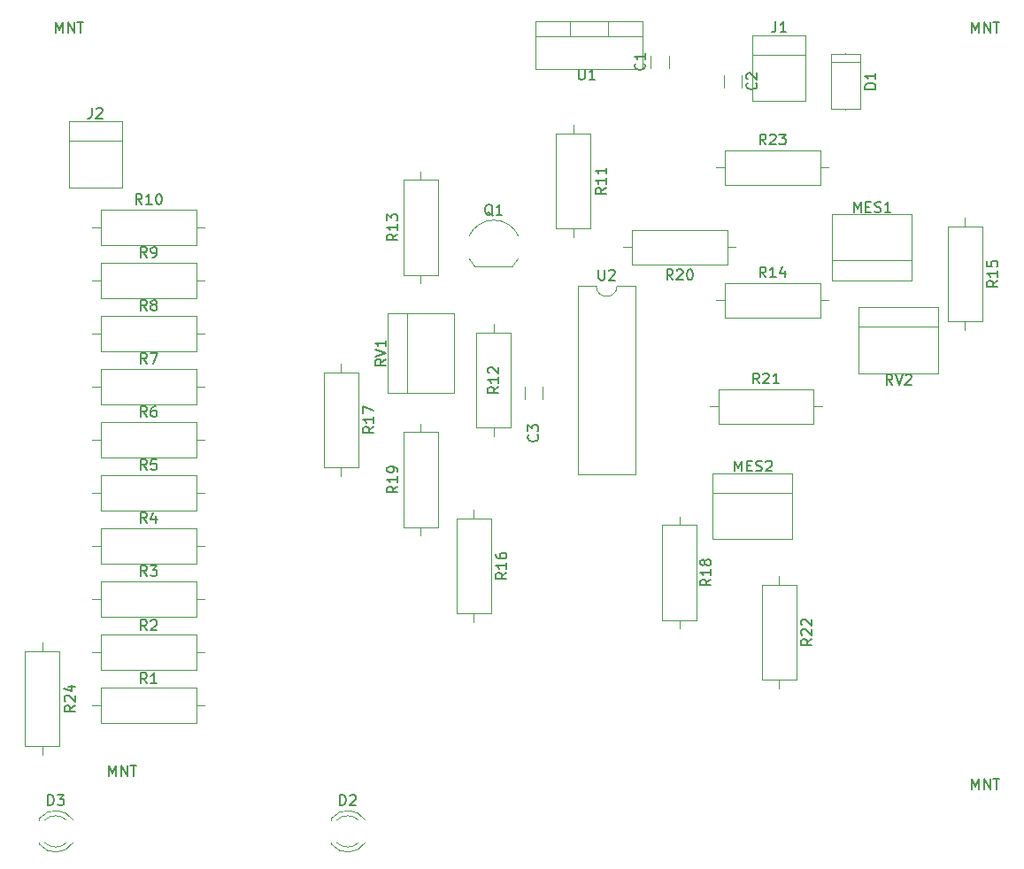
<source format=gbr>
G04 #@! TF.FileFunction,Legend,Top*
%FSLAX46Y46*%
G04 Gerber Fmt 4.6, Leading zero omitted, Abs format (unit mm)*
G04 Created by KiCad (PCBNEW 4.0.7) date Mon Sep 25 09:44:11 2017*
%MOMM*%
%LPD*%
G01*
G04 APERTURE LIST*
%ADD10C,0.100000*%
%ADD11C,0.120000*%
%ADD12C,0.150000*%
G04 APERTURE END LIST*
D10*
D11*
X81054000Y-22197000D02*
X81054000Y-21023000D01*
X82776000Y-22197000D02*
X82776000Y-21023000D01*
X89761000Y-22888000D02*
X89761000Y-24062000D01*
X88039000Y-22888000D02*
X88039000Y-24062000D01*
X70711000Y-52733000D02*
X70711000Y-53907000D01*
X68989000Y-52733000D02*
X68989000Y-53907000D01*
X101105000Y-20835000D02*
X98285000Y-20835000D01*
X98285000Y-20835000D02*
X98285000Y-26155000D01*
X98285000Y-26155000D02*
X101105000Y-26155000D01*
X101105000Y-26155000D02*
X101105000Y-20835000D01*
X99695000Y-20765000D02*
X99695000Y-20835000D01*
X99695000Y-26225000D02*
X99695000Y-26155000D01*
X101105000Y-21675000D02*
X98285000Y-21675000D01*
X53742335Y-94171392D02*
G75*
G03X50510000Y-94014484I-1672335J-1078608D01*
G01*
X53742335Y-96328608D02*
G75*
G02X50510000Y-96485516I-1672335J1078608D01*
G01*
X53111130Y-94170163D02*
G75*
G03X51029039Y-94170000I-1041130J-1079837D01*
G01*
X53111130Y-96329837D02*
G75*
G02X51029039Y-96330000I-1041130J1079837D01*
G01*
X50510000Y-94014000D02*
X50510000Y-94170000D01*
X50510000Y-96330000D02*
X50510000Y-96486000D01*
X95885000Y-20955000D02*
X90805000Y-20955000D01*
X95885000Y-25395000D02*
X90805000Y-25395000D01*
X90805000Y-19055000D02*
X95885000Y-19055000D01*
X90805000Y-19055000D02*
X90805000Y-25395000D01*
X95885000Y-19055000D02*
X95885000Y-25395000D01*
X30480000Y-29210000D02*
X25400000Y-29210000D01*
X30480000Y-33650000D02*
X25400000Y-33650000D01*
X25400000Y-27310000D02*
X30480000Y-27310000D01*
X25400000Y-27310000D02*
X25400000Y-33650000D01*
X30480000Y-27310000D02*
X30480000Y-33650000D01*
X106045000Y-42540000D02*
X106045000Y-36200000D01*
X98425000Y-42540000D02*
X98425000Y-36200000D01*
X98425000Y-40640000D02*
X106045000Y-40640000D01*
X106045000Y-42540000D02*
X98425000Y-42540000D01*
X98425000Y-36200000D02*
X106045000Y-36200000D01*
X86995000Y-60965000D02*
X86995000Y-67305000D01*
X94615000Y-60965000D02*
X94615000Y-67305000D01*
X94615000Y-62865000D02*
X86995000Y-62865000D01*
X86995000Y-60965000D02*
X94615000Y-60965000D01*
X94615000Y-67305000D02*
X86995000Y-67305000D01*
X64240000Y-41220000D02*
X67840000Y-41220000D01*
X63715816Y-40492795D02*
G75*
G03X64240000Y-41220000I2324184J1122795D01*
G01*
X63683600Y-38271193D02*
G75*
G02X66040000Y-36770000I2356400J-1098807D01*
G01*
X68396400Y-38271193D02*
G75*
G03X66040000Y-36770000I-2356400J-1098807D01*
G01*
X68364184Y-40492795D02*
G75*
G02X67840000Y-41220000I-2324184J1122795D01*
G01*
X28460000Y-76445000D02*
X28460000Y-79765000D01*
X28460000Y-79765000D02*
X37580000Y-79765000D01*
X37580000Y-79765000D02*
X37580000Y-76445000D01*
X37580000Y-76445000D02*
X28460000Y-76445000D01*
X27650000Y-78105000D02*
X28460000Y-78105000D01*
X38390000Y-78105000D02*
X37580000Y-78105000D01*
X28460000Y-81525000D02*
X28460000Y-84845000D01*
X28460000Y-84845000D02*
X37580000Y-84845000D01*
X37580000Y-84845000D02*
X37580000Y-81525000D01*
X37580000Y-81525000D02*
X28460000Y-81525000D01*
X27650000Y-83185000D02*
X28460000Y-83185000D01*
X38390000Y-83185000D02*
X37580000Y-83185000D01*
X28460000Y-71365000D02*
X28460000Y-74685000D01*
X28460000Y-74685000D02*
X37580000Y-74685000D01*
X37580000Y-74685000D02*
X37580000Y-71365000D01*
X37580000Y-71365000D02*
X28460000Y-71365000D01*
X27650000Y-73025000D02*
X28460000Y-73025000D01*
X38390000Y-73025000D02*
X37580000Y-73025000D01*
X28460000Y-66285000D02*
X28460000Y-69605000D01*
X28460000Y-69605000D02*
X37580000Y-69605000D01*
X37580000Y-69605000D02*
X37580000Y-66285000D01*
X37580000Y-66285000D02*
X28460000Y-66285000D01*
X27650000Y-67945000D02*
X28460000Y-67945000D01*
X38390000Y-67945000D02*
X37580000Y-67945000D01*
X28460000Y-61205000D02*
X28460000Y-64525000D01*
X28460000Y-64525000D02*
X37580000Y-64525000D01*
X37580000Y-64525000D02*
X37580000Y-61205000D01*
X37580000Y-61205000D02*
X28460000Y-61205000D01*
X27650000Y-62865000D02*
X28460000Y-62865000D01*
X38390000Y-62865000D02*
X37580000Y-62865000D01*
X28460000Y-56125000D02*
X28460000Y-59445000D01*
X28460000Y-59445000D02*
X37580000Y-59445000D01*
X37580000Y-59445000D02*
X37580000Y-56125000D01*
X37580000Y-56125000D02*
X28460000Y-56125000D01*
X27650000Y-57785000D02*
X28460000Y-57785000D01*
X38390000Y-57785000D02*
X37580000Y-57785000D01*
X28460000Y-51045000D02*
X28460000Y-54365000D01*
X28460000Y-54365000D02*
X37580000Y-54365000D01*
X37580000Y-54365000D02*
X37580000Y-51045000D01*
X37580000Y-51045000D02*
X28460000Y-51045000D01*
X27650000Y-52705000D02*
X28460000Y-52705000D01*
X38390000Y-52705000D02*
X37580000Y-52705000D01*
X28460000Y-45965000D02*
X28460000Y-49285000D01*
X28460000Y-49285000D02*
X37580000Y-49285000D01*
X37580000Y-49285000D02*
X37580000Y-45965000D01*
X37580000Y-45965000D02*
X28460000Y-45965000D01*
X27650000Y-47625000D02*
X28460000Y-47625000D01*
X38390000Y-47625000D02*
X37580000Y-47625000D01*
X28460000Y-40885000D02*
X28460000Y-44205000D01*
X28460000Y-44205000D02*
X37580000Y-44205000D01*
X37580000Y-44205000D02*
X37580000Y-40885000D01*
X37580000Y-40885000D02*
X28460000Y-40885000D01*
X27650000Y-42545000D02*
X28460000Y-42545000D01*
X38390000Y-42545000D02*
X37580000Y-42545000D01*
X28460000Y-35805000D02*
X28460000Y-39125000D01*
X28460000Y-39125000D02*
X37580000Y-39125000D01*
X37580000Y-39125000D02*
X37580000Y-35805000D01*
X37580000Y-35805000D02*
X28460000Y-35805000D01*
X27650000Y-37465000D02*
X28460000Y-37465000D01*
X38390000Y-37465000D02*
X37580000Y-37465000D01*
X75320000Y-28460000D02*
X72000000Y-28460000D01*
X72000000Y-28460000D02*
X72000000Y-37580000D01*
X72000000Y-37580000D02*
X75320000Y-37580000D01*
X75320000Y-37580000D02*
X75320000Y-28460000D01*
X73660000Y-27650000D02*
X73660000Y-28460000D01*
X73660000Y-38390000D02*
X73660000Y-37580000D01*
X67700000Y-47510000D02*
X64380000Y-47510000D01*
X64380000Y-47510000D02*
X64380000Y-56630000D01*
X64380000Y-56630000D02*
X67700000Y-56630000D01*
X67700000Y-56630000D02*
X67700000Y-47510000D01*
X66040000Y-46700000D02*
X66040000Y-47510000D01*
X66040000Y-57440000D02*
X66040000Y-56630000D01*
X57395000Y-42025000D02*
X60715000Y-42025000D01*
X60715000Y-42025000D02*
X60715000Y-32905000D01*
X60715000Y-32905000D02*
X57395000Y-32905000D01*
X57395000Y-32905000D02*
X57395000Y-42025000D01*
X59055000Y-42835000D02*
X59055000Y-42025000D01*
X59055000Y-32095000D02*
X59055000Y-32905000D01*
X88150000Y-42790000D02*
X88150000Y-46110000D01*
X88150000Y-46110000D02*
X97270000Y-46110000D01*
X97270000Y-46110000D02*
X97270000Y-42790000D01*
X97270000Y-42790000D02*
X88150000Y-42790000D01*
X87340000Y-44450000D02*
X88150000Y-44450000D01*
X98080000Y-44450000D02*
X97270000Y-44450000D01*
X112785000Y-37350000D02*
X109465000Y-37350000D01*
X109465000Y-37350000D02*
X109465000Y-46470000D01*
X109465000Y-46470000D02*
X112785000Y-46470000D01*
X112785000Y-46470000D02*
X112785000Y-37350000D01*
X111125000Y-36540000D02*
X111125000Y-37350000D01*
X111125000Y-47280000D02*
X111125000Y-46470000D01*
X65795000Y-65290000D02*
X62475000Y-65290000D01*
X62475000Y-65290000D02*
X62475000Y-74410000D01*
X62475000Y-74410000D02*
X65795000Y-74410000D01*
X65795000Y-74410000D02*
X65795000Y-65290000D01*
X64135000Y-64480000D02*
X64135000Y-65290000D01*
X64135000Y-75220000D02*
X64135000Y-74410000D01*
X53095000Y-51320000D02*
X49775000Y-51320000D01*
X49775000Y-51320000D02*
X49775000Y-60440000D01*
X49775000Y-60440000D02*
X53095000Y-60440000D01*
X53095000Y-60440000D02*
X53095000Y-51320000D01*
X51435000Y-50510000D02*
X51435000Y-51320000D01*
X51435000Y-61250000D02*
X51435000Y-60440000D01*
X82160000Y-75045000D02*
X85480000Y-75045000D01*
X85480000Y-75045000D02*
X85480000Y-65925000D01*
X85480000Y-65925000D02*
X82160000Y-65925000D01*
X82160000Y-65925000D02*
X82160000Y-75045000D01*
X83820000Y-75855000D02*
X83820000Y-75045000D01*
X83820000Y-65115000D02*
X83820000Y-65925000D01*
X57395000Y-66155000D02*
X60715000Y-66155000D01*
X60715000Y-66155000D02*
X60715000Y-57035000D01*
X60715000Y-57035000D02*
X57395000Y-57035000D01*
X57395000Y-57035000D02*
X57395000Y-66155000D01*
X59055000Y-66965000D02*
X59055000Y-66155000D01*
X59055000Y-56225000D02*
X59055000Y-57035000D01*
X88380000Y-41030000D02*
X88380000Y-37710000D01*
X88380000Y-37710000D02*
X79260000Y-37710000D01*
X79260000Y-37710000D02*
X79260000Y-41030000D01*
X79260000Y-41030000D02*
X88380000Y-41030000D01*
X89190000Y-39370000D02*
X88380000Y-39370000D01*
X78450000Y-39370000D02*
X79260000Y-39370000D01*
X87515000Y-52950000D02*
X87515000Y-56270000D01*
X87515000Y-56270000D02*
X96635000Y-56270000D01*
X96635000Y-56270000D02*
X96635000Y-52950000D01*
X96635000Y-52950000D02*
X87515000Y-52950000D01*
X86705000Y-54610000D02*
X87515000Y-54610000D01*
X97445000Y-54610000D02*
X96635000Y-54610000D01*
X55885000Y-53340000D02*
X62225000Y-53340000D01*
X55885000Y-45720000D02*
X62225000Y-45720000D01*
X57785000Y-45720000D02*
X57785000Y-53340000D01*
X55885000Y-53340000D02*
X55885000Y-45720000D01*
X62225000Y-45720000D02*
X62225000Y-53340000D01*
X100965000Y-45090000D02*
X100965000Y-51430000D01*
X108585000Y-45090000D02*
X108585000Y-51430000D01*
X108585000Y-46990000D02*
X100965000Y-46990000D01*
X100965000Y-45090000D02*
X108585000Y-45090000D01*
X108585000Y-51430000D02*
X100965000Y-51430000D01*
X70034000Y-17700000D02*
X80275000Y-17700000D01*
X70034000Y-22341000D02*
X80275000Y-22341000D01*
X70034000Y-17700000D02*
X70034000Y-22341000D01*
X80275000Y-17700000D02*
X80275000Y-22341000D01*
X70034000Y-19210000D02*
X80275000Y-19210000D01*
X73305000Y-17700000D02*
X73305000Y-19210000D01*
X77005000Y-17700000D02*
X77005000Y-19210000D01*
X95005000Y-71640000D02*
X91685000Y-71640000D01*
X91685000Y-71640000D02*
X91685000Y-80760000D01*
X91685000Y-80760000D02*
X95005000Y-80760000D01*
X95005000Y-80760000D02*
X95005000Y-71640000D01*
X93345000Y-70830000D02*
X93345000Y-71640000D01*
X93345000Y-81570000D02*
X93345000Y-80760000D01*
X75835000Y-43060000D02*
X74065000Y-43060000D01*
X74065000Y-43060000D02*
X74065000Y-61080000D01*
X74065000Y-61080000D02*
X79605000Y-61080000D01*
X79605000Y-61080000D02*
X79605000Y-43060000D01*
X79605000Y-43060000D02*
X77835000Y-43060000D01*
X77835000Y-43060000D02*
G75*
G02X75835000Y-43060000I-1000000J0D01*
G01*
X25802335Y-94171392D02*
G75*
G03X22570000Y-94014484I-1672335J-1078608D01*
G01*
X25802335Y-96328608D02*
G75*
G02X22570000Y-96485516I-1672335J1078608D01*
G01*
X25171130Y-94170163D02*
G75*
G03X23089039Y-94170000I-1041130J-1079837D01*
G01*
X25171130Y-96329837D02*
G75*
G02X23089039Y-96330000I-1041130J1079837D01*
G01*
X22570000Y-94014000D02*
X22570000Y-94170000D01*
X22570000Y-96330000D02*
X22570000Y-96486000D01*
X88150000Y-30090000D02*
X88150000Y-33410000D01*
X88150000Y-33410000D02*
X97270000Y-33410000D01*
X97270000Y-33410000D02*
X97270000Y-30090000D01*
X97270000Y-30090000D02*
X88150000Y-30090000D01*
X87340000Y-31750000D02*
X88150000Y-31750000D01*
X98080000Y-31750000D02*
X97270000Y-31750000D01*
X24520000Y-77990000D02*
X21200000Y-77990000D01*
X21200000Y-77990000D02*
X21200000Y-87110000D01*
X21200000Y-87110000D02*
X24520000Y-87110000D01*
X24520000Y-87110000D02*
X24520000Y-77990000D01*
X22860000Y-77180000D02*
X22860000Y-77990000D01*
X22860000Y-87920000D02*
X22860000Y-87110000D01*
D12*
X80412143Y-21776666D02*
X80459762Y-21824285D01*
X80507381Y-21967142D01*
X80507381Y-22062380D01*
X80459762Y-22205238D01*
X80364524Y-22300476D01*
X80269286Y-22348095D01*
X80078810Y-22395714D01*
X79935952Y-22395714D01*
X79745476Y-22348095D01*
X79650238Y-22300476D01*
X79555000Y-22205238D01*
X79507381Y-22062380D01*
X79507381Y-21967142D01*
X79555000Y-21824285D01*
X79602619Y-21776666D01*
X80507381Y-20824285D02*
X80507381Y-21395714D01*
X80507381Y-21110000D02*
X79507381Y-21110000D01*
X79650238Y-21205238D01*
X79745476Y-21300476D01*
X79793095Y-21395714D01*
X91117143Y-23641666D02*
X91164762Y-23689285D01*
X91212381Y-23832142D01*
X91212381Y-23927380D01*
X91164762Y-24070238D01*
X91069524Y-24165476D01*
X90974286Y-24213095D01*
X90783810Y-24260714D01*
X90640952Y-24260714D01*
X90450476Y-24213095D01*
X90355238Y-24165476D01*
X90260000Y-24070238D01*
X90212381Y-23927380D01*
X90212381Y-23832142D01*
X90260000Y-23689285D01*
X90307619Y-23641666D01*
X90307619Y-23260714D02*
X90260000Y-23213095D01*
X90212381Y-23117857D01*
X90212381Y-22879761D01*
X90260000Y-22784523D01*
X90307619Y-22736904D01*
X90402857Y-22689285D01*
X90498095Y-22689285D01*
X90640952Y-22736904D01*
X91212381Y-23308333D01*
X91212381Y-22689285D01*
X70207143Y-57316666D02*
X70254762Y-57364285D01*
X70302381Y-57507142D01*
X70302381Y-57602380D01*
X70254762Y-57745238D01*
X70159524Y-57840476D01*
X70064286Y-57888095D01*
X69873810Y-57935714D01*
X69730952Y-57935714D01*
X69540476Y-57888095D01*
X69445238Y-57840476D01*
X69350000Y-57745238D01*
X69302381Y-57602380D01*
X69302381Y-57507142D01*
X69350000Y-57364285D01*
X69397619Y-57316666D01*
X69302381Y-56983333D02*
X69302381Y-56364285D01*
X69683333Y-56697619D01*
X69683333Y-56554761D01*
X69730952Y-56459523D01*
X69778571Y-56411904D01*
X69873810Y-56364285D01*
X70111905Y-56364285D01*
X70207143Y-56411904D01*
X70254762Y-56459523D01*
X70302381Y-56554761D01*
X70302381Y-56840476D01*
X70254762Y-56935714D01*
X70207143Y-56983333D01*
X102557381Y-24233095D02*
X101557381Y-24233095D01*
X101557381Y-23995000D01*
X101605000Y-23852142D01*
X101700238Y-23756904D01*
X101795476Y-23709285D01*
X101985952Y-23661666D01*
X102128810Y-23661666D01*
X102319286Y-23709285D01*
X102414524Y-23756904D01*
X102509762Y-23852142D01*
X102557381Y-23995000D01*
X102557381Y-24233095D01*
X102557381Y-22709285D02*
X102557381Y-23280714D01*
X102557381Y-22995000D02*
X101557381Y-22995000D01*
X101700238Y-23090238D01*
X101795476Y-23185476D01*
X101843095Y-23280714D01*
X51331905Y-92742381D02*
X51331905Y-91742381D01*
X51570000Y-91742381D01*
X51712858Y-91790000D01*
X51808096Y-91885238D01*
X51855715Y-91980476D01*
X51903334Y-92170952D01*
X51903334Y-92313810D01*
X51855715Y-92504286D01*
X51808096Y-92599524D01*
X51712858Y-92694762D01*
X51570000Y-92742381D01*
X51331905Y-92742381D01*
X52284286Y-91837619D02*
X52331905Y-91790000D01*
X52427143Y-91742381D01*
X52665239Y-91742381D01*
X52760477Y-91790000D01*
X52808096Y-91837619D01*
X52855715Y-91932857D01*
X52855715Y-92028095D01*
X52808096Y-92170952D01*
X52236667Y-92742381D01*
X52855715Y-92742381D01*
X93011667Y-17777381D02*
X93011667Y-18491667D01*
X92964047Y-18634524D01*
X92868809Y-18729762D01*
X92725952Y-18777381D01*
X92630714Y-18777381D01*
X94011667Y-18777381D02*
X93440238Y-18777381D01*
X93725952Y-18777381D02*
X93725952Y-17777381D01*
X93630714Y-17920238D01*
X93535476Y-18015476D01*
X93440238Y-18063095D01*
X27606667Y-26032381D02*
X27606667Y-26746667D01*
X27559047Y-26889524D01*
X27463809Y-26984762D01*
X27320952Y-27032381D01*
X27225714Y-27032381D01*
X28035238Y-26127619D02*
X28082857Y-26080000D01*
X28178095Y-26032381D01*
X28416191Y-26032381D01*
X28511429Y-26080000D01*
X28559048Y-26127619D01*
X28606667Y-26222857D01*
X28606667Y-26318095D01*
X28559048Y-26460952D01*
X27987619Y-27032381D01*
X28606667Y-27032381D01*
X100496905Y-36012381D02*
X100496905Y-35012381D01*
X100830239Y-35726667D01*
X101163572Y-35012381D01*
X101163572Y-36012381D01*
X101639762Y-35488571D02*
X101973096Y-35488571D01*
X102115953Y-36012381D02*
X101639762Y-36012381D01*
X101639762Y-35012381D01*
X102115953Y-35012381D01*
X102496905Y-35964762D02*
X102639762Y-36012381D01*
X102877858Y-36012381D01*
X102973096Y-35964762D01*
X103020715Y-35917143D01*
X103068334Y-35821905D01*
X103068334Y-35726667D01*
X103020715Y-35631429D01*
X102973096Y-35583810D01*
X102877858Y-35536190D01*
X102687381Y-35488571D01*
X102592143Y-35440952D01*
X102544524Y-35393333D01*
X102496905Y-35298095D01*
X102496905Y-35202857D01*
X102544524Y-35107619D01*
X102592143Y-35060000D01*
X102687381Y-35012381D01*
X102925477Y-35012381D01*
X103068334Y-35060000D01*
X104020715Y-36012381D02*
X103449286Y-36012381D01*
X103735000Y-36012381D02*
X103735000Y-35012381D01*
X103639762Y-35155238D01*
X103544524Y-35250476D01*
X103449286Y-35298095D01*
X89116905Y-60787381D02*
X89116905Y-59787381D01*
X89450239Y-60501667D01*
X89783572Y-59787381D01*
X89783572Y-60787381D01*
X90259762Y-60263571D02*
X90593096Y-60263571D01*
X90735953Y-60787381D02*
X90259762Y-60787381D01*
X90259762Y-59787381D01*
X90735953Y-59787381D01*
X91116905Y-60739762D02*
X91259762Y-60787381D01*
X91497858Y-60787381D01*
X91593096Y-60739762D01*
X91640715Y-60692143D01*
X91688334Y-60596905D01*
X91688334Y-60501667D01*
X91640715Y-60406429D01*
X91593096Y-60358810D01*
X91497858Y-60311190D01*
X91307381Y-60263571D01*
X91212143Y-60215952D01*
X91164524Y-60168333D01*
X91116905Y-60073095D01*
X91116905Y-59977857D01*
X91164524Y-59882619D01*
X91212143Y-59835000D01*
X91307381Y-59787381D01*
X91545477Y-59787381D01*
X91688334Y-59835000D01*
X92069286Y-59882619D02*
X92116905Y-59835000D01*
X92212143Y-59787381D01*
X92450239Y-59787381D01*
X92545477Y-59835000D01*
X92593096Y-59882619D01*
X92640715Y-59977857D01*
X92640715Y-60073095D01*
X92593096Y-60215952D01*
X92021667Y-60787381D01*
X92640715Y-60787381D01*
X65944762Y-36357619D02*
X65849524Y-36310000D01*
X65754286Y-36214762D01*
X65611429Y-36071905D01*
X65516190Y-36024286D01*
X65420952Y-36024286D01*
X65468571Y-36262381D02*
X65373333Y-36214762D01*
X65278095Y-36119524D01*
X65230476Y-35929048D01*
X65230476Y-35595714D01*
X65278095Y-35405238D01*
X65373333Y-35310000D01*
X65468571Y-35262381D01*
X65659048Y-35262381D01*
X65754286Y-35310000D01*
X65849524Y-35405238D01*
X65897143Y-35595714D01*
X65897143Y-35929048D01*
X65849524Y-36119524D01*
X65754286Y-36214762D01*
X65659048Y-36262381D01*
X65468571Y-36262381D01*
X66849524Y-36262381D02*
X66278095Y-36262381D01*
X66563809Y-36262381D02*
X66563809Y-35262381D01*
X66468571Y-35405238D01*
X66373333Y-35500476D01*
X66278095Y-35548095D01*
X32853334Y-81097381D02*
X32520000Y-80621190D01*
X32281905Y-81097381D02*
X32281905Y-80097381D01*
X32662858Y-80097381D01*
X32758096Y-80145000D01*
X32805715Y-80192619D01*
X32853334Y-80287857D01*
X32853334Y-80430714D01*
X32805715Y-80525952D01*
X32758096Y-80573571D01*
X32662858Y-80621190D01*
X32281905Y-80621190D01*
X33805715Y-81097381D02*
X33234286Y-81097381D01*
X33520000Y-81097381D02*
X33520000Y-80097381D01*
X33424762Y-80240238D01*
X33329524Y-80335476D01*
X33234286Y-80383095D01*
X32853334Y-76017381D02*
X32520000Y-75541190D01*
X32281905Y-76017381D02*
X32281905Y-75017381D01*
X32662858Y-75017381D01*
X32758096Y-75065000D01*
X32805715Y-75112619D01*
X32853334Y-75207857D01*
X32853334Y-75350714D01*
X32805715Y-75445952D01*
X32758096Y-75493571D01*
X32662858Y-75541190D01*
X32281905Y-75541190D01*
X33234286Y-75112619D02*
X33281905Y-75065000D01*
X33377143Y-75017381D01*
X33615239Y-75017381D01*
X33710477Y-75065000D01*
X33758096Y-75112619D01*
X33805715Y-75207857D01*
X33805715Y-75303095D01*
X33758096Y-75445952D01*
X33186667Y-76017381D01*
X33805715Y-76017381D01*
X32853334Y-70817381D02*
X32520000Y-70341190D01*
X32281905Y-70817381D02*
X32281905Y-69817381D01*
X32662858Y-69817381D01*
X32758096Y-69865000D01*
X32805715Y-69912619D01*
X32853334Y-70007857D01*
X32853334Y-70150714D01*
X32805715Y-70245952D01*
X32758096Y-70293571D01*
X32662858Y-70341190D01*
X32281905Y-70341190D01*
X33186667Y-69817381D02*
X33805715Y-69817381D01*
X33472381Y-70198333D01*
X33615239Y-70198333D01*
X33710477Y-70245952D01*
X33758096Y-70293571D01*
X33805715Y-70388810D01*
X33805715Y-70626905D01*
X33758096Y-70722143D01*
X33710477Y-70769762D01*
X33615239Y-70817381D01*
X33329524Y-70817381D01*
X33234286Y-70769762D01*
X33186667Y-70722143D01*
X32853334Y-65737381D02*
X32520000Y-65261190D01*
X32281905Y-65737381D02*
X32281905Y-64737381D01*
X32662858Y-64737381D01*
X32758096Y-64785000D01*
X32805715Y-64832619D01*
X32853334Y-64927857D01*
X32853334Y-65070714D01*
X32805715Y-65165952D01*
X32758096Y-65213571D01*
X32662858Y-65261190D01*
X32281905Y-65261190D01*
X33710477Y-65070714D02*
X33710477Y-65737381D01*
X33472381Y-64689762D02*
X33234286Y-65404048D01*
X33853334Y-65404048D01*
X32853334Y-60657381D02*
X32520000Y-60181190D01*
X32281905Y-60657381D02*
X32281905Y-59657381D01*
X32662858Y-59657381D01*
X32758096Y-59705000D01*
X32805715Y-59752619D01*
X32853334Y-59847857D01*
X32853334Y-59990714D01*
X32805715Y-60085952D01*
X32758096Y-60133571D01*
X32662858Y-60181190D01*
X32281905Y-60181190D01*
X33758096Y-59657381D02*
X33281905Y-59657381D01*
X33234286Y-60133571D01*
X33281905Y-60085952D01*
X33377143Y-60038333D01*
X33615239Y-60038333D01*
X33710477Y-60085952D01*
X33758096Y-60133571D01*
X33805715Y-60228810D01*
X33805715Y-60466905D01*
X33758096Y-60562143D01*
X33710477Y-60609762D01*
X33615239Y-60657381D01*
X33377143Y-60657381D01*
X33281905Y-60609762D01*
X33234286Y-60562143D01*
X32853334Y-55577381D02*
X32520000Y-55101190D01*
X32281905Y-55577381D02*
X32281905Y-54577381D01*
X32662858Y-54577381D01*
X32758096Y-54625000D01*
X32805715Y-54672619D01*
X32853334Y-54767857D01*
X32853334Y-54910714D01*
X32805715Y-55005952D01*
X32758096Y-55053571D01*
X32662858Y-55101190D01*
X32281905Y-55101190D01*
X33710477Y-54577381D02*
X33520000Y-54577381D01*
X33424762Y-54625000D01*
X33377143Y-54672619D01*
X33281905Y-54815476D01*
X33234286Y-55005952D01*
X33234286Y-55386905D01*
X33281905Y-55482143D01*
X33329524Y-55529762D01*
X33424762Y-55577381D01*
X33615239Y-55577381D01*
X33710477Y-55529762D01*
X33758096Y-55482143D01*
X33805715Y-55386905D01*
X33805715Y-55148810D01*
X33758096Y-55053571D01*
X33710477Y-55005952D01*
X33615239Y-54958333D01*
X33424762Y-54958333D01*
X33329524Y-55005952D01*
X33281905Y-55053571D01*
X33234286Y-55148810D01*
X32853334Y-50497381D02*
X32520000Y-50021190D01*
X32281905Y-50497381D02*
X32281905Y-49497381D01*
X32662858Y-49497381D01*
X32758096Y-49545000D01*
X32805715Y-49592619D01*
X32853334Y-49687857D01*
X32853334Y-49830714D01*
X32805715Y-49925952D01*
X32758096Y-49973571D01*
X32662858Y-50021190D01*
X32281905Y-50021190D01*
X33186667Y-49497381D02*
X33853334Y-49497381D01*
X33424762Y-50497381D01*
X32853334Y-45417381D02*
X32520000Y-44941190D01*
X32281905Y-45417381D02*
X32281905Y-44417381D01*
X32662858Y-44417381D01*
X32758096Y-44465000D01*
X32805715Y-44512619D01*
X32853334Y-44607857D01*
X32853334Y-44750714D01*
X32805715Y-44845952D01*
X32758096Y-44893571D01*
X32662858Y-44941190D01*
X32281905Y-44941190D01*
X33424762Y-44845952D02*
X33329524Y-44798333D01*
X33281905Y-44750714D01*
X33234286Y-44655476D01*
X33234286Y-44607857D01*
X33281905Y-44512619D01*
X33329524Y-44465000D01*
X33424762Y-44417381D01*
X33615239Y-44417381D01*
X33710477Y-44465000D01*
X33758096Y-44512619D01*
X33805715Y-44607857D01*
X33805715Y-44655476D01*
X33758096Y-44750714D01*
X33710477Y-44798333D01*
X33615239Y-44845952D01*
X33424762Y-44845952D01*
X33329524Y-44893571D01*
X33281905Y-44941190D01*
X33234286Y-45036429D01*
X33234286Y-45226905D01*
X33281905Y-45322143D01*
X33329524Y-45369762D01*
X33424762Y-45417381D01*
X33615239Y-45417381D01*
X33710477Y-45369762D01*
X33758096Y-45322143D01*
X33805715Y-45226905D01*
X33805715Y-45036429D01*
X33758096Y-44941190D01*
X33710477Y-44893571D01*
X33615239Y-44845952D01*
X32853334Y-40337381D02*
X32520000Y-39861190D01*
X32281905Y-40337381D02*
X32281905Y-39337381D01*
X32662858Y-39337381D01*
X32758096Y-39385000D01*
X32805715Y-39432619D01*
X32853334Y-39527857D01*
X32853334Y-39670714D01*
X32805715Y-39765952D01*
X32758096Y-39813571D01*
X32662858Y-39861190D01*
X32281905Y-39861190D01*
X33329524Y-40337381D02*
X33520000Y-40337381D01*
X33615239Y-40289762D01*
X33662858Y-40242143D01*
X33758096Y-40099286D01*
X33805715Y-39908810D01*
X33805715Y-39527857D01*
X33758096Y-39432619D01*
X33710477Y-39385000D01*
X33615239Y-39337381D01*
X33424762Y-39337381D01*
X33329524Y-39385000D01*
X33281905Y-39432619D01*
X33234286Y-39527857D01*
X33234286Y-39765952D01*
X33281905Y-39861190D01*
X33329524Y-39908810D01*
X33424762Y-39956429D01*
X33615239Y-39956429D01*
X33710477Y-39908810D01*
X33758096Y-39861190D01*
X33805715Y-39765952D01*
X32377143Y-35257381D02*
X32043809Y-34781190D01*
X31805714Y-35257381D02*
X31805714Y-34257381D01*
X32186667Y-34257381D01*
X32281905Y-34305000D01*
X32329524Y-34352619D01*
X32377143Y-34447857D01*
X32377143Y-34590714D01*
X32329524Y-34685952D01*
X32281905Y-34733571D01*
X32186667Y-34781190D01*
X31805714Y-34781190D01*
X33329524Y-35257381D02*
X32758095Y-35257381D01*
X33043809Y-35257381D02*
X33043809Y-34257381D01*
X32948571Y-34400238D01*
X32853333Y-34495476D01*
X32758095Y-34543095D01*
X33948571Y-34257381D02*
X34043810Y-34257381D01*
X34139048Y-34305000D01*
X34186667Y-34352619D01*
X34234286Y-34447857D01*
X34281905Y-34638333D01*
X34281905Y-34876429D01*
X34234286Y-35066905D01*
X34186667Y-35162143D01*
X34139048Y-35209762D01*
X34043810Y-35257381D01*
X33948571Y-35257381D01*
X33853333Y-35209762D01*
X33805714Y-35162143D01*
X33758095Y-35066905D01*
X33710476Y-34876429D01*
X33710476Y-34638333D01*
X33758095Y-34447857D01*
X33805714Y-34352619D01*
X33853333Y-34305000D01*
X33948571Y-34257381D01*
X76772381Y-33662857D02*
X76296190Y-33996191D01*
X76772381Y-34234286D02*
X75772381Y-34234286D01*
X75772381Y-33853333D01*
X75820000Y-33758095D01*
X75867619Y-33710476D01*
X75962857Y-33662857D01*
X76105714Y-33662857D01*
X76200952Y-33710476D01*
X76248571Y-33758095D01*
X76296190Y-33853333D01*
X76296190Y-34234286D01*
X76772381Y-32710476D02*
X76772381Y-33281905D01*
X76772381Y-32996191D02*
X75772381Y-32996191D01*
X75915238Y-33091429D01*
X76010476Y-33186667D01*
X76058095Y-33281905D01*
X76772381Y-31758095D02*
X76772381Y-32329524D01*
X76772381Y-32043810D02*
X75772381Y-32043810D01*
X75915238Y-32139048D01*
X76010476Y-32234286D01*
X76058095Y-32329524D01*
X66492381Y-52712857D02*
X66016190Y-53046191D01*
X66492381Y-53284286D02*
X65492381Y-53284286D01*
X65492381Y-52903333D01*
X65540000Y-52808095D01*
X65587619Y-52760476D01*
X65682857Y-52712857D01*
X65825714Y-52712857D01*
X65920952Y-52760476D01*
X65968571Y-52808095D01*
X66016190Y-52903333D01*
X66016190Y-53284286D01*
X66492381Y-51760476D02*
X66492381Y-52331905D01*
X66492381Y-52046191D02*
X65492381Y-52046191D01*
X65635238Y-52141429D01*
X65730476Y-52236667D01*
X65778095Y-52331905D01*
X65587619Y-51379524D02*
X65540000Y-51331905D01*
X65492381Y-51236667D01*
X65492381Y-50998571D01*
X65540000Y-50903333D01*
X65587619Y-50855714D01*
X65682857Y-50808095D01*
X65778095Y-50808095D01*
X65920952Y-50855714D01*
X66492381Y-51427143D01*
X66492381Y-50808095D01*
X56847381Y-38107857D02*
X56371190Y-38441191D01*
X56847381Y-38679286D02*
X55847381Y-38679286D01*
X55847381Y-38298333D01*
X55895000Y-38203095D01*
X55942619Y-38155476D01*
X56037857Y-38107857D01*
X56180714Y-38107857D01*
X56275952Y-38155476D01*
X56323571Y-38203095D01*
X56371190Y-38298333D01*
X56371190Y-38679286D01*
X56847381Y-37155476D02*
X56847381Y-37726905D01*
X56847381Y-37441191D02*
X55847381Y-37441191D01*
X55990238Y-37536429D01*
X56085476Y-37631667D01*
X56133095Y-37726905D01*
X55847381Y-36822143D02*
X55847381Y-36203095D01*
X56228333Y-36536429D01*
X56228333Y-36393571D01*
X56275952Y-36298333D01*
X56323571Y-36250714D01*
X56418810Y-36203095D01*
X56656905Y-36203095D01*
X56752143Y-36250714D01*
X56799762Y-36298333D01*
X56847381Y-36393571D01*
X56847381Y-36679286D01*
X56799762Y-36774524D01*
X56752143Y-36822143D01*
X92067143Y-42242381D02*
X91733809Y-41766190D01*
X91495714Y-42242381D02*
X91495714Y-41242381D01*
X91876667Y-41242381D01*
X91971905Y-41290000D01*
X92019524Y-41337619D01*
X92067143Y-41432857D01*
X92067143Y-41575714D01*
X92019524Y-41670952D01*
X91971905Y-41718571D01*
X91876667Y-41766190D01*
X91495714Y-41766190D01*
X93019524Y-42242381D02*
X92448095Y-42242381D01*
X92733809Y-42242381D02*
X92733809Y-41242381D01*
X92638571Y-41385238D01*
X92543333Y-41480476D01*
X92448095Y-41528095D01*
X93876667Y-41575714D02*
X93876667Y-42242381D01*
X93638571Y-41194762D02*
X93400476Y-41909048D01*
X94019524Y-41909048D01*
X114237381Y-42552857D02*
X113761190Y-42886191D01*
X114237381Y-43124286D02*
X113237381Y-43124286D01*
X113237381Y-42743333D01*
X113285000Y-42648095D01*
X113332619Y-42600476D01*
X113427857Y-42552857D01*
X113570714Y-42552857D01*
X113665952Y-42600476D01*
X113713571Y-42648095D01*
X113761190Y-42743333D01*
X113761190Y-43124286D01*
X114237381Y-41600476D02*
X114237381Y-42171905D01*
X114237381Y-41886191D02*
X113237381Y-41886191D01*
X113380238Y-41981429D01*
X113475476Y-42076667D01*
X113523095Y-42171905D01*
X113237381Y-40695714D02*
X113237381Y-41171905D01*
X113713571Y-41219524D01*
X113665952Y-41171905D01*
X113618333Y-41076667D01*
X113618333Y-40838571D01*
X113665952Y-40743333D01*
X113713571Y-40695714D01*
X113808810Y-40648095D01*
X114046905Y-40648095D01*
X114142143Y-40695714D01*
X114189762Y-40743333D01*
X114237381Y-40838571D01*
X114237381Y-41076667D01*
X114189762Y-41171905D01*
X114142143Y-41219524D01*
X67247381Y-70492857D02*
X66771190Y-70826191D01*
X67247381Y-71064286D02*
X66247381Y-71064286D01*
X66247381Y-70683333D01*
X66295000Y-70588095D01*
X66342619Y-70540476D01*
X66437857Y-70492857D01*
X66580714Y-70492857D01*
X66675952Y-70540476D01*
X66723571Y-70588095D01*
X66771190Y-70683333D01*
X66771190Y-71064286D01*
X67247381Y-69540476D02*
X67247381Y-70111905D01*
X67247381Y-69826191D02*
X66247381Y-69826191D01*
X66390238Y-69921429D01*
X66485476Y-70016667D01*
X66533095Y-70111905D01*
X66247381Y-68683333D02*
X66247381Y-68873810D01*
X66295000Y-68969048D01*
X66342619Y-69016667D01*
X66485476Y-69111905D01*
X66675952Y-69159524D01*
X67056905Y-69159524D01*
X67152143Y-69111905D01*
X67199762Y-69064286D01*
X67247381Y-68969048D01*
X67247381Y-68778571D01*
X67199762Y-68683333D01*
X67152143Y-68635714D01*
X67056905Y-68588095D01*
X66818810Y-68588095D01*
X66723571Y-68635714D01*
X66675952Y-68683333D01*
X66628333Y-68778571D01*
X66628333Y-68969048D01*
X66675952Y-69064286D01*
X66723571Y-69111905D01*
X66818810Y-69159524D01*
X54547381Y-56522857D02*
X54071190Y-56856191D01*
X54547381Y-57094286D02*
X53547381Y-57094286D01*
X53547381Y-56713333D01*
X53595000Y-56618095D01*
X53642619Y-56570476D01*
X53737857Y-56522857D01*
X53880714Y-56522857D01*
X53975952Y-56570476D01*
X54023571Y-56618095D01*
X54071190Y-56713333D01*
X54071190Y-57094286D01*
X54547381Y-55570476D02*
X54547381Y-56141905D01*
X54547381Y-55856191D02*
X53547381Y-55856191D01*
X53690238Y-55951429D01*
X53785476Y-56046667D01*
X53833095Y-56141905D01*
X53547381Y-55237143D02*
X53547381Y-54570476D01*
X54547381Y-54999048D01*
X86812381Y-71127857D02*
X86336190Y-71461191D01*
X86812381Y-71699286D02*
X85812381Y-71699286D01*
X85812381Y-71318333D01*
X85860000Y-71223095D01*
X85907619Y-71175476D01*
X86002857Y-71127857D01*
X86145714Y-71127857D01*
X86240952Y-71175476D01*
X86288571Y-71223095D01*
X86336190Y-71318333D01*
X86336190Y-71699286D01*
X86812381Y-70175476D02*
X86812381Y-70746905D01*
X86812381Y-70461191D02*
X85812381Y-70461191D01*
X85955238Y-70556429D01*
X86050476Y-70651667D01*
X86098095Y-70746905D01*
X86240952Y-69604048D02*
X86193333Y-69699286D01*
X86145714Y-69746905D01*
X86050476Y-69794524D01*
X86002857Y-69794524D01*
X85907619Y-69746905D01*
X85860000Y-69699286D01*
X85812381Y-69604048D01*
X85812381Y-69413571D01*
X85860000Y-69318333D01*
X85907619Y-69270714D01*
X86002857Y-69223095D01*
X86050476Y-69223095D01*
X86145714Y-69270714D01*
X86193333Y-69318333D01*
X86240952Y-69413571D01*
X86240952Y-69604048D01*
X86288571Y-69699286D01*
X86336190Y-69746905D01*
X86431429Y-69794524D01*
X86621905Y-69794524D01*
X86717143Y-69746905D01*
X86764762Y-69699286D01*
X86812381Y-69604048D01*
X86812381Y-69413571D01*
X86764762Y-69318333D01*
X86717143Y-69270714D01*
X86621905Y-69223095D01*
X86431429Y-69223095D01*
X86336190Y-69270714D01*
X86288571Y-69318333D01*
X86240952Y-69413571D01*
X56847381Y-62237857D02*
X56371190Y-62571191D01*
X56847381Y-62809286D02*
X55847381Y-62809286D01*
X55847381Y-62428333D01*
X55895000Y-62333095D01*
X55942619Y-62285476D01*
X56037857Y-62237857D01*
X56180714Y-62237857D01*
X56275952Y-62285476D01*
X56323571Y-62333095D01*
X56371190Y-62428333D01*
X56371190Y-62809286D01*
X56847381Y-61285476D02*
X56847381Y-61856905D01*
X56847381Y-61571191D02*
X55847381Y-61571191D01*
X55990238Y-61666429D01*
X56085476Y-61761667D01*
X56133095Y-61856905D01*
X56847381Y-60809286D02*
X56847381Y-60618810D01*
X56799762Y-60523571D01*
X56752143Y-60475952D01*
X56609286Y-60380714D01*
X56418810Y-60333095D01*
X56037857Y-60333095D01*
X55942619Y-60380714D01*
X55895000Y-60428333D01*
X55847381Y-60523571D01*
X55847381Y-60714048D01*
X55895000Y-60809286D01*
X55942619Y-60856905D01*
X56037857Y-60904524D01*
X56275952Y-60904524D01*
X56371190Y-60856905D01*
X56418810Y-60809286D01*
X56466429Y-60714048D01*
X56466429Y-60523571D01*
X56418810Y-60428333D01*
X56371190Y-60380714D01*
X56275952Y-60333095D01*
X83177143Y-42482381D02*
X82843809Y-42006190D01*
X82605714Y-42482381D02*
X82605714Y-41482381D01*
X82986667Y-41482381D01*
X83081905Y-41530000D01*
X83129524Y-41577619D01*
X83177143Y-41672857D01*
X83177143Y-41815714D01*
X83129524Y-41910952D01*
X83081905Y-41958571D01*
X82986667Y-42006190D01*
X82605714Y-42006190D01*
X83558095Y-41577619D02*
X83605714Y-41530000D01*
X83700952Y-41482381D01*
X83939048Y-41482381D01*
X84034286Y-41530000D01*
X84081905Y-41577619D01*
X84129524Y-41672857D01*
X84129524Y-41768095D01*
X84081905Y-41910952D01*
X83510476Y-42482381D01*
X84129524Y-42482381D01*
X84748571Y-41482381D02*
X84843810Y-41482381D01*
X84939048Y-41530000D01*
X84986667Y-41577619D01*
X85034286Y-41672857D01*
X85081905Y-41863333D01*
X85081905Y-42101429D01*
X85034286Y-42291905D01*
X84986667Y-42387143D01*
X84939048Y-42434762D01*
X84843810Y-42482381D01*
X84748571Y-42482381D01*
X84653333Y-42434762D01*
X84605714Y-42387143D01*
X84558095Y-42291905D01*
X84510476Y-42101429D01*
X84510476Y-41863333D01*
X84558095Y-41672857D01*
X84605714Y-41577619D01*
X84653333Y-41530000D01*
X84748571Y-41482381D01*
X91432143Y-52402381D02*
X91098809Y-51926190D01*
X90860714Y-52402381D02*
X90860714Y-51402381D01*
X91241667Y-51402381D01*
X91336905Y-51450000D01*
X91384524Y-51497619D01*
X91432143Y-51592857D01*
X91432143Y-51735714D01*
X91384524Y-51830952D01*
X91336905Y-51878571D01*
X91241667Y-51926190D01*
X90860714Y-51926190D01*
X91813095Y-51497619D02*
X91860714Y-51450000D01*
X91955952Y-51402381D01*
X92194048Y-51402381D01*
X92289286Y-51450000D01*
X92336905Y-51497619D01*
X92384524Y-51592857D01*
X92384524Y-51688095D01*
X92336905Y-51830952D01*
X91765476Y-52402381D01*
X92384524Y-52402381D01*
X93336905Y-52402381D02*
X92765476Y-52402381D01*
X93051190Y-52402381D02*
X93051190Y-51402381D01*
X92955952Y-51545238D01*
X92860714Y-51640476D01*
X92765476Y-51688095D01*
X55707381Y-50075238D02*
X55231190Y-50408572D01*
X55707381Y-50646667D02*
X54707381Y-50646667D01*
X54707381Y-50265714D01*
X54755000Y-50170476D01*
X54802619Y-50122857D01*
X54897857Y-50075238D01*
X55040714Y-50075238D01*
X55135952Y-50122857D01*
X55183571Y-50170476D01*
X55231190Y-50265714D01*
X55231190Y-50646667D01*
X54707381Y-49789524D02*
X55707381Y-49456191D01*
X54707381Y-49122857D01*
X55707381Y-48265714D02*
X55707381Y-48837143D01*
X55707381Y-48551429D02*
X54707381Y-48551429D01*
X54850238Y-48646667D01*
X54945476Y-48741905D01*
X54993095Y-48837143D01*
X104179762Y-52522381D02*
X103846428Y-52046190D01*
X103608333Y-52522381D02*
X103608333Y-51522381D01*
X103989286Y-51522381D01*
X104084524Y-51570000D01*
X104132143Y-51617619D01*
X104179762Y-51712857D01*
X104179762Y-51855714D01*
X104132143Y-51950952D01*
X104084524Y-51998571D01*
X103989286Y-52046190D01*
X103608333Y-52046190D01*
X104465476Y-51522381D02*
X104798809Y-52522381D01*
X105132143Y-51522381D01*
X105417857Y-51617619D02*
X105465476Y-51570000D01*
X105560714Y-51522381D01*
X105798810Y-51522381D01*
X105894048Y-51570000D01*
X105941667Y-51617619D01*
X105989286Y-51712857D01*
X105989286Y-51808095D01*
X105941667Y-51950952D01*
X105370238Y-52522381D01*
X105989286Y-52522381D01*
X74168095Y-22312381D02*
X74168095Y-23121905D01*
X74215714Y-23217143D01*
X74263333Y-23264762D01*
X74358571Y-23312381D01*
X74549048Y-23312381D01*
X74644286Y-23264762D01*
X74691905Y-23217143D01*
X74739524Y-23121905D01*
X74739524Y-22312381D01*
X75739524Y-23312381D02*
X75168095Y-23312381D01*
X75453809Y-23312381D02*
X75453809Y-22312381D01*
X75358571Y-22455238D01*
X75263333Y-22550476D01*
X75168095Y-22598095D01*
X111791905Y-91232381D02*
X111791905Y-90232381D01*
X112125239Y-90946667D01*
X112458572Y-90232381D01*
X112458572Y-91232381D01*
X112934762Y-91232381D02*
X112934762Y-90232381D01*
X113506191Y-91232381D01*
X113506191Y-90232381D01*
X113839524Y-90232381D02*
X114410953Y-90232381D01*
X114125238Y-91232381D02*
X114125238Y-90232381D01*
X111791905Y-18842381D02*
X111791905Y-17842381D01*
X112125239Y-18556667D01*
X112458572Y-17842381D01*
X112458572Y-18842381D01*
X112934762Y-18842381D02*
X112934762Y-17842381D01*
X113506191Y-18842381D01*
X113506191Y-17842381D01*
X113839524Y-17842381D02*
X114410953Y-17842381D01*
X114125238Y-18842381D02*
X114125238Y-17842381D01*
X29241905Y-89962381D02*
X29241905Y-88962381D01*
X29575239Y-89676667D01*
X29908572Y-88962381D01*
X29908572Y-89962381D01*
X30384762Y-89962381D02*
X30384762Y-88962381D01*
X30956191Y-89962381D01*
X30956191Y-88962381D01*
X31289524Y-88962381D02*
X31860953Y-88962381D01*
X31575238Y-89962381D02*
X31575238Y-88962381D01*
X24161905Y-18842381D02*
X24161905Y-17842381D01*
X24495239Y-18556667D01*
X24828572Y-17842381D01*
X24828572Y-18842381D01*
X25304762Y-18842381D02*
X25304762Y-17842381D01*
X25876191Y-18842381D01*
X25876191Y-17842381D01*
X26209524Y-17842381D02*
X26780953Y-17842381D01*
X26495238Y-18842381D02*
X26495238Y-17842381D01*
X96457381Y-76842857D02*
X95981190Y-77176191D01*
X96457381Y-77414286D02*
X95457381Y-77414286D01*
X95457381Y-77033333D01*
X95505000Y-76938095D01*
X95552619Y-76890476D01*
X95647857Y-76842857D01*
X95790714Y-76842857D01*
X95885952Y-76890476D01*
X95933571Y-76938095D01*
X95981190Y-77033333D01*
X95981190Y-77414286D01*
X95552619Y-76461905D02*
X95505000Y-76414286D01*
X95457381Y-76319048D01*
X95457381Y-76080952D01*
X95505000Y-75985714D01*
X95552619Y-75938095D01*
X95647857Y-75890476D01*
X95743095Y-75890476D01*
X95885952Y-75938095D01*
X96457381Y-76509524D01*
X96457381Y-75890476D01*
X95552619Y-75509524D02*
X95505000Y-75461905D01*
X95457381Y-75366667D01*
X95457381Y-75128571D01*
X95505000Y-75033333D01*
X95552619Y-74985714D01*
X95647857Y-74938095D01*
X95743095Y-74938095D01*
X95885952Y-74985714D01*
X96457381Y-75557143D01*
X96457381Y-74938095D01*
X76073095Y-41512381D02*
X76073095Y-42321905D01*
X76120714Y-42417143D01*
X76168333Y-42464762D01*
X76263571Y-42512381D01*
X76454048Y-42512381D01*
X76549286Y-42464762D01*
X76596905Y-42417143D01*
X76644524Y-42321905D01*
X76644524Y-41512381D01*
X77073095Y-41607619D02*
X77120714Y-41560000D01*
X77215952Y-41512381D01*
X77454048Y-41512381D01*
X77549286Y-41560000D01*
X77596905Y-41607619D01*
X77644524Y-41702857D01*
X77644524Y-41798095D01*
X77596905Y-41940952D01*
X77025476Y-42512381D01*
X77644524Y-42512381D01*
X23391905Y-92742381D02*
X23391905Y-91742381D01*
X23630000Y-91742381D01*
X23772858Y-91790000D01*
X23868096Y-91885238D01*
X23915715Y-91980476D01*
X23963334Y-92170952D01*
X23963334Y-92313810D01*
X23915715Y-92504286D01*
X23868096Y-92599524D01*
X23772858Y-92694762D01*
X23630000Y-92742381D01*
X23391905Y-92742381D01*
X24296667Y-91742381D02*
X24915715Y-91742381D01*
X24582381Y-92123333D01*
X24725239Y-92123333D01*
X24820477Y-92170952D01*
X24868096Y-92218571D01*
X24915715Y-92313810D01*
X24915715Y-92551905D01*
X24868096Y-92647143D01*
X24820477Y-92694762D01*
X24725239Y-92742381D01*
X24439524Y-92742381D01*
X24344286Y-92694762D01*
X24296667Y-92647143D01*
X92067143Y-29542381D02*
X91733809Y-29066190D01*
X91495714Y-29542381D02*
X91495714Y-28542381D01*
X91876667Y-28542381D01*
X91971905Y-28590000D01*
X92019524Y-28637619D01*
X92067143Y-28732857D01*
X92067143Y-28875714D01*
X92019524Y-28970952D01*
X91971905Y-29018571D01*
X91876667Y-29066190D01*
X91495714Y-29066190D01*
X92448095Y-28637619D02*
X92495714Y-28590000D01*
X92590952Y-28542381D01*
X92829048Y-28542381D01*
X92924286Y-28590000D01*
X92971905Y-28637619D01*
X93019524Y-28732857D01*
X93019524Y-28828095D01*
X92971905Y-28970952D01*
X92400476Y-29542381D01*
X93019524Y-29542381D01*
X93352857Y-28542381D02*
X93971905Y-28542381D01*
X93638571Y-28923333D01*
X93781429Y-28923333D01*
X93876667Y-28970952D01*
X93924286Y-29018571D01*
X93971905Y-29113810D01*
X93971905Y-29351905D01*
X93924286Y-29447143D01*
X93876667Y-29494762D01*
X93781429Y-29542381D01*
X93495714Y-29542381D01*
X93400476Y-29494762D01*
X93352857Y-29447143D01*
X25972381Y-83192857D02*
X25496190Y-83526191D01*
X25972381Y-83764286D02*
X24972381Y-83764286D01*
X24972381Y-83383333D01*
X25020000Y-83288095D01*
X25067619Y-83240476D01*
X25162857Y-83192857D01*
X25305714Y-83192857D01*
X25400952Y-83240476D01*
X25448571Y-83288095D01*
X25496190Y-83383333D01*
X25496190Y-83764286D01*
X25067619Y-82811905D02*
X25020000Y-82764286D01*
X24972381Y-82669048D01*
X24972381Y-82430952D01*
X25020000Y-82335714D01*
X25067619Y-82288095D01*
X25162857Y-82240476D01*
X25258095Y-82240476D01*
X25400952Y-82288095D01*
X25972381Y-82859524D01*
X25972381Y-82240476D01*
X25305714Y-81383333D02*
X25972381Y-81383333D01*
X24924762Y-81621429D02*
X25639048Y-81859524D01*
X25639048Y-81240476D01*
M02*

</source>
